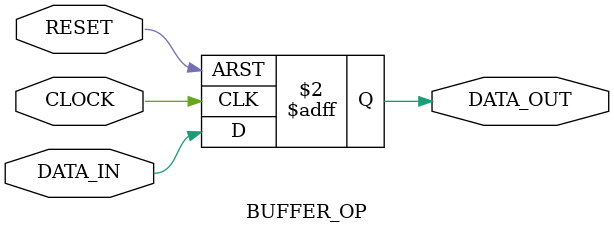
<source format=v>
module BUFFER_OP #(
	parameter WIDTH = 1											// 1-bit wide buffer by default.
	)(
	input							CLOCK		,						// Clock signal for the buffer.
	input							RESET		,						// Reset signal.
	input		  [WIDTH-1 : 0]DATA_IN	,						// Input data, WIDTH-bits wide.
	output reg [WIDTH-1 : 0]DATA_OUT							// Output data, WIDTH-bits wide.
);

always @(negedge CLOCK or posedge RESET)	begin
	if (RESET)	begin												// Asynchronous Reset.
		DATA_OUT <= {WIDTH{1'b0}} ;
	end
	else	begin
		DATA_OUT <= DATA_IN		  ;							// Output triggered at falling edge of CLOCK.
	end
end

endmodule

</source>
